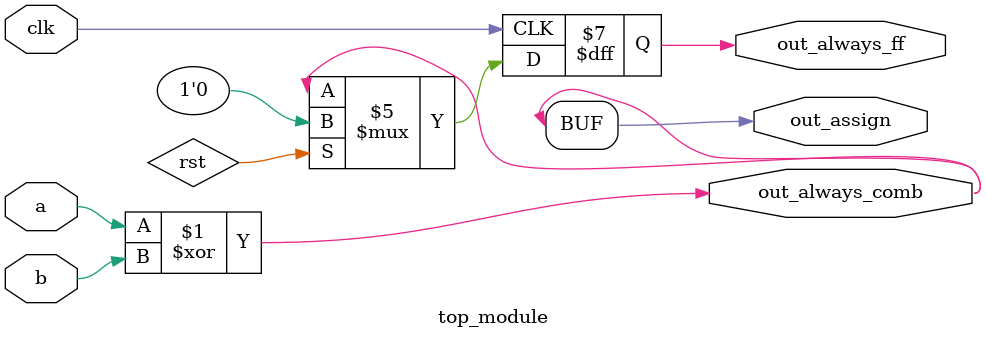
<source format=sv>
module top_module(
    input clk,
    input a,
    input b,
    output reg out_assign,
    output reg out_always_comb,
    output reg out_always_ff
);

  assign out_assign = a ^ b;

  always @(a or b) begin
    out_always_comb <= out_assign;
  end

  always @(posedge clk) begin
    if (rst) begin
      out_always_ff <= 0;
    end else begin
      out_always_ff <= out_assign;
    end
  end

endmodule

</source>
